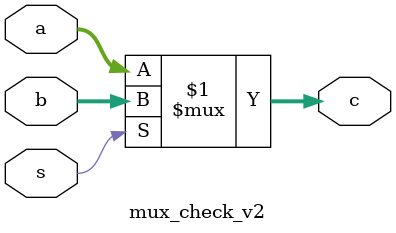
<source format=v>
module mux_check_v2(input [3:0]a,b,input s, output [3:0]c);

assign c = s?(b):(a);

endmodule

</source>
